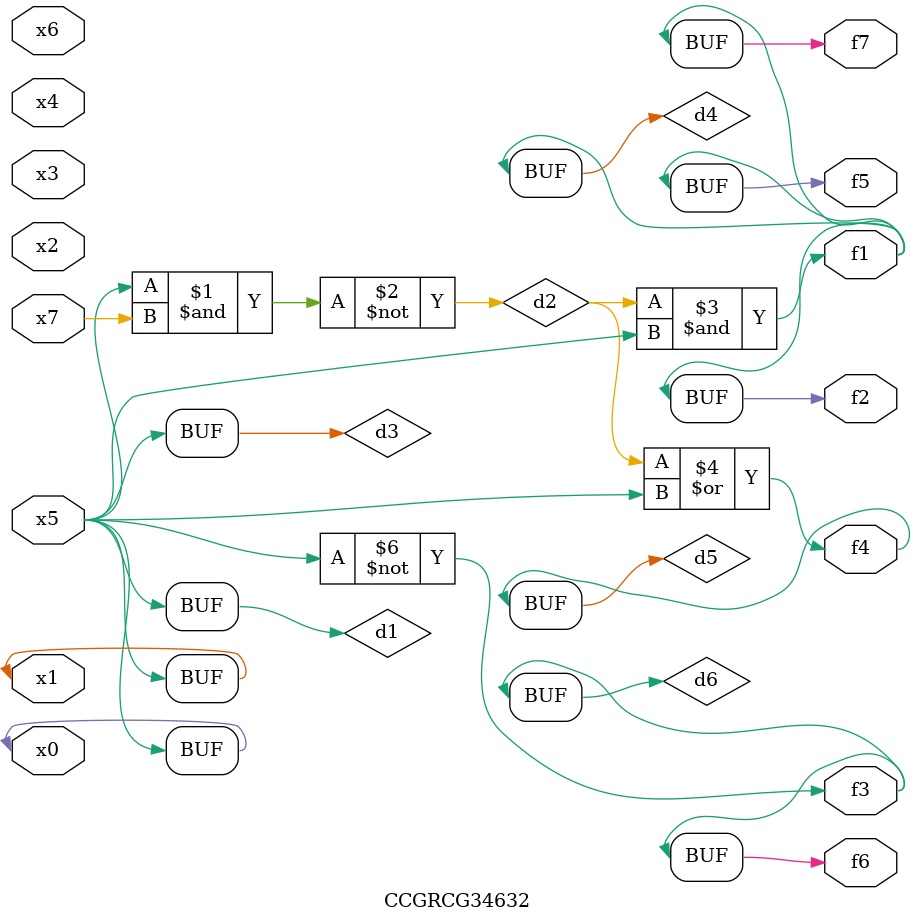
<source format=v>
module CCGRCG34632(
	input x0, x1, x2, x3, x4, x5, x6, x7,
	output f1, f2, f3, f4, f5, f6, f7
);

	wire d1, d2, d3, d4, d5, d6;

	buf (d1, x0, x5);
	nand (d2, x5, x7);
	buf (d3, x0, x1);
	and (d4, d2, d3);
	or (d5, d2, d3);
	nor (d6, d1, d3);
	assign f1 = d4;
	assign f2 = d4;
	assign f3 = d6;
	assign f4 = d5;
	assign f5 = d4;
	assign f6 = d6;
	assign f7 = d4;
endmodule

</source>
